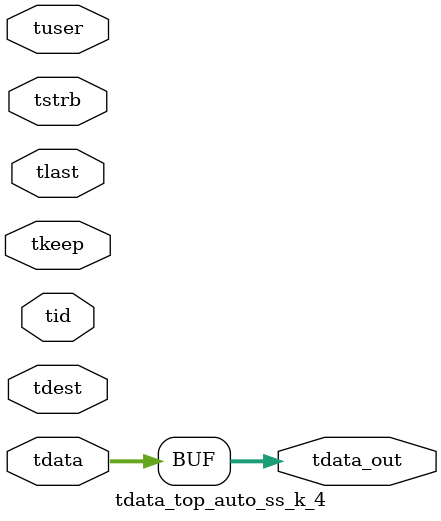
<source format=v>


`timescale 1ps/1ps

module tdata_top_auto_ss_k_4 #
(
parameter C_S_AXIS_TDATA_WIDTH = 32,
parameter C_S_AXIS_TUSER_WIDTH = 0,
parameter C_S_AXIS_TID_WIDTH   = 0,
parameter C_S_AXIS_TDEST_WIDTH = 0,
parameter C_M_AXIS_TDATA_WIDTH = 32
)
(
input  [(C_S_AXIS_TDATA_WIDTH == 0 ? 1 : C_S_AXIS_TDATA_WIDTH)-1:0     ] tdata,
input  [(C_S_AXIS_TUSER_WIDTH == 0 ? 1 : C_S_AXIS_TUSER_WIDTH)-1:0     ] tuser,
input  [(C_S_AXIS_TID_WIDTH   == 0 ? 1 : C_S_AXIS_TID_WIDTH)-1:0       ] tid,
input  [(C_S_AXIS_TDEST_WIDTH == 0 ? 1 : C_S_AXIS_TDEST_WIDTH)-1:0     ] tdest,
input  [(C_S_AXIS_TDATA_WIDTH/8)-1:0 ] tkeep,
input  [(C_S_AXIS_TDATA_WIDTH/8)-1:0 ] tstrb,
input                                                                    tlast,
output [C_M_AXIS_TDATA_WIDTH-1:0] tdata_out
);

assign tdata_out = {tdata[31:0]};

endmodule


</source>
